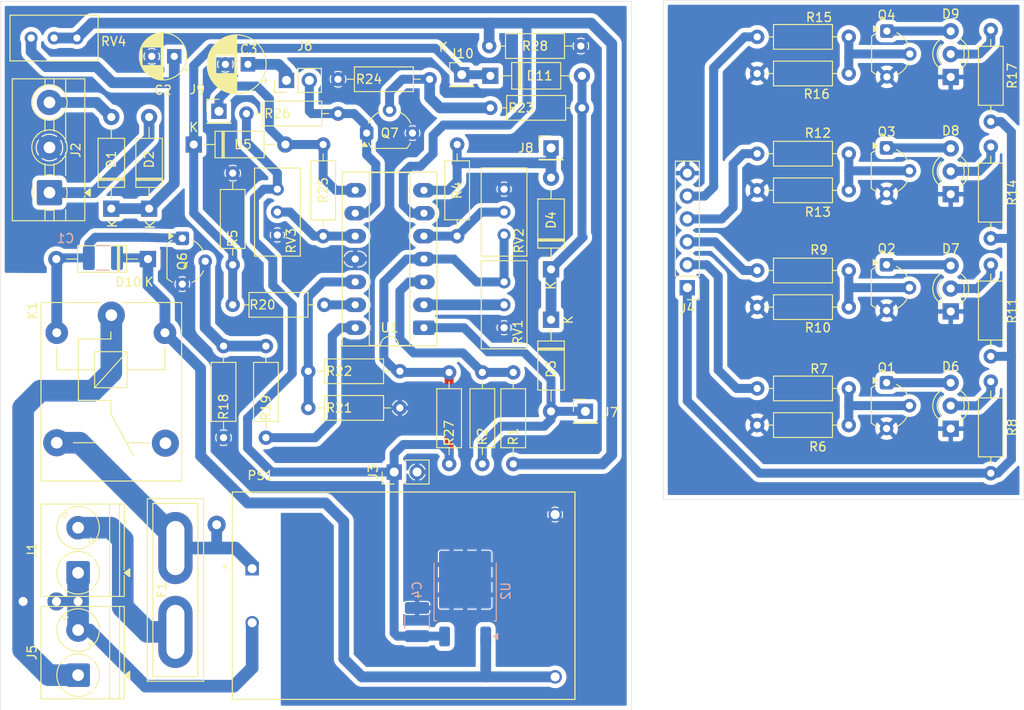
<source format=kicad_pcb>
(kicad_pcb (version 20241229) (generator "pcbnew") (generator_version "9.0")
  (layers (0 "F.Cu" signal) (2 "B.Cu" signal) (13 "F.Paste" user) (15 "B.Paste" user) (5 "F.SilkS" user "F.Silkscreen") (7 "B.SilkS" user "B.Silkscreen") (1 "F.Mask" user) (3 "B.Mask" user) (25 "Edge.Cuts" user))
  (net 0 "")
  (net 1 "+12V")
  (net 2 "Net-(C1--)")
  (net 3 "GND")
  (net 4 "VAA")
  (net 5 "Net-(C3-Pad1)")
  (net 6 "Net-(D1-A)")
  (net 7 "Net-(D2-A)")
  (net 8 "Net-(D3-A)")
  (net 9 "Net-(D11-A)")
  (net 10 "Net-(D4-A)")
  (net 11 "Net-(D11-K)")
  (net 12 "Net-(D5-A)")
  (net 13 "Net-(D6-K2)")
  (net 14 "GND1")
  (net 15 "Net-(D6-A)")
  (net 16 "Net-(D7-A)")
  (net 17 "Net-(D7-K2)")
  (net 18 "Net-(D8-A)")
  (net 19 "Net-(D8-K2)")
  (net 20 "Net-(D9-A)")
  (net 21 "Net-(D9-K2)")
  (net 22 "AC1")
  (net 23 "AC2")
  (net 24 "+8V")
  (net 25 "Net-(R15-+)")
  (net 26 "VCC")
  (net 27 "Net-(R9-+)")
  (net 28 "Net-(R7-+)")
  (net 29 "Net-(R12-+)")
  (net 30 "Net-(J5-Pad1)")
  (net 31 "Net-(Q7-C)")
  (net 33 "Net-(Q1-B)")
  (net 34 "Net-(Q2-B)")
  (net 35 "Net-(Q3-B)")
  (net 36 "Net-(Q4-B)")
  (net 37 "Net-(Q6-B)")
  (net 38 "Net-(Q7-B)")
  (net 39 "Net-(R1--)")
  (net 40 "Net-(D1-K)")
  (net 41 "Net-(R19--)")
  (net 42 "Net-(R20-+)")
  (net 43 "Net-(R21-+)")
  (net 44 "Net-(U1A--)")
  (net 45 "Net-(R25-+)")
  (net 46 "Net-(F1-Pad1)")
  (net 47 "Net-(R4-+)")
  (footprint "Resistor_THT:R_Axial_DIN0207_L6.3mm_D2.5mm_P10.16mm_Horizontal" (layer "F.Cu") (at 63.308 67.337 -90)
    (property "Reference" "R5")
    (property "Value" "10k")
  )
  (footprint "Resistor_THT:R_Axial_DIN0207_L6.3mm_D2.5mm_P10.16mm_Horizontal" (layer "F.Cu") (at 121.474 52.224)
    (property "Reference" "R15")
    (property "Value" "1k")
  )
  (footprint "Resistor_THT:R_Axial_DIN0207_L6.3mm_D2.5mm_P10.16mm_Horizontal" (layer "F.Cu") (at 121.474 69.242)
    (property "Reference" "R13")
    (property "Value" "1k")
  )
  (footprint "Resistor_THT:R_Axial_DIN0207_L6.3mm_D2.5mm_P10.16mm_Horizontal" (layer "F.Cu") (at 121.474 82.196)
    (property "Reference" "R10")
    (property "Value" "1k")
  )
  (footprint "Package_DIP:CERDIP-14_W7.62mm_SideBrazed_LongPads_Socket" (layer "F.Cu") (at 84.517 84.482 180)
    (property "Reference" "U1")
    (property "Value" "LM324")
  )
  (footprint "Resistor_THT:R_Axial_DIN0207_L6.3mm_D2.5mm_P10.16mm_Horizontal" (layer "F.Cu") (at 147.382 51.462 -90)
    (property "Reference" "R17")
    (property "Value" "220ohm")
  )
  (footprint "Package_TO_SOT_THT:TO-92L_Wide" (layer "F.Cu") (at 135.864 51.579 -90)
    (property "Reference" "Q4")
    (property "Value" "BC547")
  )
  (footprint "LED_THT:LED_D3.0mm-3" (layer "F.Cu") (at 142.937 95.674 90)
    (property "Reference" "D6")
    (property "Value" "LED_Dual_KAK")
  )
  (footprint "Resistor_THT:R_Axial_DIN0207_L6.3mm_D2.5mm_P10.16mm_Horizontal" (layer "F.Cu") (at 71.69 93.372)
    (property "Reference" "R21")
    (property "Value" "10k")
  )
  (footprint "Resistor_THT:R_Axial_DIN0207_L6.3mm_D2.5mm_P10.16mm_Horizontal" (layer "F.Cu") (at 121.474 95.277)
    (property "Reference" "R6")
    (property "Value" "1k")
  )
  (footprint "Resistor_THT:R_Axial_DIN0207_L6.3mm_D2.5mm_P10.16mm_Horizontal" (layer "F.Cu") (at 66.991 86.514 -90)
    (property "Reference" "R19")
    (property "Value" "1k")
  )
  (footprint "Resistor_THT:R_Axial_DIN0207_L6.3mm_D2.5mm_P10.16mm_Horizontal" (layer "F.Cu") (at 81.85 89.308 180)
    (property "Reference" "R22")
    (property "Value" "10k")
  )
  (footprint "Diode_THT:D_A-405_P10.16mm_Horizontal" (layer "F.Cu") (at 58.99 64.162)
    (property "Reference" "D5")
    (property "Value" "1N4148")
  )
  (footprint "Package_TO_SOT_THT:TO-92L_Wide" (layer "F.Cu") (at 135.825 64.543 -90)
    (property "Reference" "Q3")
    (property "Value" "BC547")
  )
  (footprint "Package_TO_SOT_THT:TO-92L_Wide" (layer "F.Cu") (at 78.167 62.892)
    (property "Reference" "Q7")
    (property "Value" "BC547")
  )
  (footprint "Resistor_THT:R_Axial_DIN0207_L6.3mm_D2.5mm_P10.16mm_Horizontal" (layer "F.Cu") (at 88.2 74.322 90)
    (property "Reference" "R4")
    (property "Value" "16k")
  )
  (footprint "Connector_PinHeader_2.54mm:PinHeader_1x06_P2.54mm_Vertical" (layer "F.Cu") (at 113.727 80.037 180)
    (property "Reference" "J4")
    (property "Value" "LED_Board")
  )
  (footprint "Resistor_THT:R_Axial_DIN0207_L6.3mm_D2.5mm_P10.16mm_Horizontal" (layer "F.Cu") (at 94.423 99.595 90)
    (property "Reference" "R1")
    (property "Value" "1.5k")
  )
  (footprint "Resistor_THT:R_Axial_DIN0207_L6.3mm_D2.5mm_P10.16mm_Horizontal" (layer "F.Cu") (at 121.474 78.132)
    (property "Reference" "R9")
    (property "Value" "1k")
  )
  (footprint "Capacitor_THT:CP_Radial_D5.0mm_P2.50mm" (layer "F.Cu") (at 56.831 54.383 180)
    (property "Reference" "C2")
    (property "Value" "1uF")
  )
  (footprint "Resistor_THT:R_Axial_DIN0207_L6.3mm_D2.5mm_P10.16mm_Horizontal" (layer "F.Cu") (at 73.468 81.942 180)
    (property "Reference" "R20")
    (property "Value" "1k")
  )
  (footprint "Package_TO_SOT_THT:TO-92L_Wide" (layer "F.Cu") (at 135.825 77.497 -90)
    (property "Reference" "Q2")
    (property "Value" "BC547")
  )
  (footprint "Potentiometer_THT:Potentiometer_Bourns_3296W_Vertical" (layer "F.Cu") (at 93.407 74.195 -90)
    (property "Reference" "RV2")
    (property "Value" "10k")
  )
  (footprint "Snapeda:HLK-5M05_CONV_HLK-5M05" (layer "F.Cu") (at 82.267 114.2)
    (property "Reference" "PS1")
    (property "Value" "Hi-Link-12V")
  )
  (footprint "Resistor_THT:R_Axial_DIN0207_L6.3mm_D2.5mm_P10.16mm_Horizontal" (layer "F.Cu") (at 101.916 53.24 180)
    (property "Reference" "R28")
    (property "Value" "10k")
  )
  (footprint "Diode_THT:D_A-405_P10.16mm_Horizontal" (layer "F.Cu") (at 53.91 76.862 180)
    (property "Reference" "D10")
    (property "Value" "1N4007")
  )
  (footprint "Potentiometer_THT:Potentiometer_Bourns_3296W_Vertical" (layer "F.Cu") (at 93.407 79.402 90)
    (property "Reference" "RV1")
    (property "Value" "10k")
  )
  (footprint "Connector_PinHeader_2.54mm:PinHeader_1x01_P2.54mm_Vertical" (layer "F.Cu") (at 102.424 93.753)
    (property "Reference" "J7")
    (property "Value" "J_2")
  )
  (footprint "Connector_PinHeader_2.54mm:PinHeader_1x02_P2.54mm_Vertical" (layer "F.Cu") (at 81.215 100.484 90)
    (property "Reference" "J3")
    (property "Value" "J_power")
  )
  (footprint "Potentiometer_THT:Potentiometer_Bourns_3296W_Vertical" (layer "F.Cu") (at 68.261 69.115 90)
    (property "Reference" "RV3")
    (property "Value" "10k")
  )
  (footprint "Potentiometer_THT:Potentiometer_Bourns_3296W_Vertical" (layer "F.Cu") (at 46.036 52.351)
    (property "Reference" "RV4")
    (property "Value" "5k")
  )
  (footprint "Connector_PinHeader_2.54mm:PinHeader_1x02_P2.54mm_Vertical" (layer "F.Cu") (at 69.272 57.05 90)
    (property "Reference" "J6")
    (property "Value" "delay_enable")
  )
  (footprint "Resistor_THT:R_Axial_DIN0207_L6.3mm_D2.5mm_P10.16mm_Horizontal" (layer "F.Cu") (at 74.992 60.733 180)
    (property "Reference" "R26")
    (property "Value" "470k")
  )
  (footprint "LED_THT:LED_D3.0mm-3" (layer "F.Cu") (at 142.937 69.674 90)
    (property "Reference" "D8")
    (property "Value" "LED_Dual_KAK")
  )
  (footprint "Resistor_THT:R_Axial_DIN0207_L6.3mm_D2.5mm_P10.16mm_Horizontal" (layer "F.Cu") (at 147.382 77.497 -90)
    (property "Reference" "R11")
    (property "Value" "220ohm")
  )
  (footprint "LED_THT:LED_D3.0mm-3" (layer "F.Cu") (at 142.937 56.674 90)
    (property "Reference" "D9")
    (property "Value" "LED_Dual_KAK")
  )
  (footprint "Capacitor_THT:CP_Radial_D6.3mm_P2.50mm" (layer "F.Cu") (at 64.99838 55.272 180)
    (property "Reference" "C3")
    (property "Value" "100uF")
  )
  (footprint "Connector_PinHeader_2.54mm:PinHeader_1x01_P2.54mm_Vertical" (layer "F.Cu") (at 61.784 60.479)
    (property "Reference" "J9")
    (property "Value" "J_4")
  )
  (footprint "Fuse:Fuse_Blade_ATO_directSolder" (layer "F.Cu") (at 56.958 118.215 90)
    (property "Reference" "F1")
    (property "Value" "Fuse")
  )
  (footprint "Resistor_THT:R_Axial_DIN0207_L6.3mm_D2.5mm_P10.16mm_Horizontal" (layer "F.Cu") (at 74.992 56.923)
    (property "Reference" "R24")
    (property "Value" "10k")
  )
  (footprint "TerminalBlock:TerminalBlock_MaiXu_MX126-5.0-03P_1x03_P5.00mm" (layer "F.Cu") (at 42.988 69.496 90)
    (property "Reference" "J2")
    (property "Value" "Transformer")
  )
  (footprint "Diode_THT:D_A-405_P10.16mm_Horizontal" (layer "F.Cu") (at 54.037 71.274 90)
    (property "Reference" "D2")
    (property "Value" "1N4007")
  )
  (footprint "Resistor_THT:R_Axial_DIN0207_L6.3mm_D2.5mm_P10.16mm_Horizontal" (layer "F.Cu") (at 121.474 91.213)
    (property "Reference" "R7")
    (property "Value" "1k")
  )
  (footprint "Resistor_THT:R_Axial_DIN0207_L6.3mm_D2.5mm_P10.16mm_Horizontal" (layer "F.Cu") (at 121.474 65.178)
    (property "Reference" "R12")
    (property "Value" "1k")
  )
  (footprint "LED_THT:LED_D3.0mm-3" (layer "F.Cu") (at 142.937 82.674 90)
    (property "Reference" "D7")
    (property "Value" "LED_Dual_KAK")
  )
  (footprint "Connector_PinHeader_2.54mm:PinHeader_1x01_P2.54mm_Vertical" (layer "F.Cu") (at 98.614 64.543)
    (property "Reference" "J8")
    (property "Value" "J_3")
  )
  (footprint "TerminalBlock_Phoenix:TerminalBlock_Phoenix_PT-1,5-2-5.0-H_1x02_P5.00mm_Horizontal" (layer "F.Cu") (at 46.163 111.66 90)
    (property "Reference" "J1")
    (property "Value" "AC_INPUT")
  )
  (footprint "Diode_THT:D_A-405_P10.16mm_Horizontal" (layer "F.Cu") (at 49.846 71.274 90)
    (property "Reference" "D1")
    (property "Value" "1N4007")
  )
  (footprint "Resistor_THT:R_Axial_DIN0207_L6.3mm_D2.5mm_P10.16mm_Horizontal" (layer "F.Cu") (at 87.311 99.595 90)
    (property "Reference" "R27")
    (property "Value" "0")
  )
  (footprint "Relay_THT:Relay_SPDT_SANYOU_SRD_Series_Form_C" (layer "F.Cu") (at 49.846 83.085 -90)
    (property "Reference" "K1")
    (property "Value" "RELAY")
  )
  (footprint "Resistor_THT:R_Axial_DIN0207_L6.3mm_D2.5mm_P10.16mm_Horizontal" (layer "F.Cu") (at 62.292 96.674 90)
    (property "Reference" "R18")
    (property "Value" "10k")
  )
  (footprint "Package_TO_SOT_THT:TO-92L_Wide" (layer "F.Cu") (at 135.825 90.578 -90)
    (property "Reference" "Q1")
    (property "Value" "BC547")
  )
  (footprint "Resistor_THT:R_Axial_DIN0207_L6.3mm_D2.5mm_P10.16mm_Horizontal" (layer "F.Cu") (at 147.382 64.416 -90)
    (property "Reference" "R14")
    (property "Value" "220ohm")
  )
  (footprint "Diode_THT:D_A-405_P10.16mm_Horizontal" (layer "F.Cu") (at 91.883 56.542)
    (property "Reference" "D11")
    (property "Value" "1N4148")
  )
  (footprint "Diode_THT:D_A-405_P10.16mm_Horizontal" (layer "F.Cu") (at 98.614 83.593 -90)
    (property "Reference" "D3")
    (property "Value" "1N4148")
  )
  (footprint "Resistor_THT:R_Axial_DIN0207_L6.3mm_D2.5mm_P10.16mm_Horizontal" (layer "F.Cu") (at 73.341 74.322 90)
    (property "Reference" "R25")
    (property "Value" "16k")
  )
  (footprint "TerminalBlock_Phoenix:TerminalBlock_Phoenix_PT-1,5-2-5.0-H_1x02_P5.00mm_Horizontal" (layer "F.Cu") (at 46.1655 123.01 90)
    (property "Reference" "J5")
    (property "Value" "AC_INPUT")
  )
  (footprint "Resistor_THT:R_Axial_DIN0207_L6.3mm_D2.5mm_P10.16mm_Horizontal" (layer "F.Cu") (at 147.382 90.451 -90)
    (property "Reference" "R8")
    (property "Value" "220ohm")
  )
  (footprint "Resistor_THT:R_Axial_DIN0207_L6.3mm_D2.5mm_P10.16mm_Horizontal" (layer "F.Cu") (at 102.043 60.098 180)
    (property "Reference" "R23")
    (property "Value" "1k")
  )
  (footprint "Package_TO_SOT_THT:TO-92L_Wide" (layer "F.Cu") (at 57.72 74.566 -90)
    (property "Reference" "Q6")
    (property "Value" "BC547")
  )
  (footprint "Connector_PinHeader_2.54mm:PinHeader_1x01_P2.54mm_Vertical" (layer "F.Cu") (at 88.708 56.415)
    (property "Reference" "J10")
    (property "Value" "J_5")
  )
  (footprint "Diode_THT:D_A-405_P10.16mm_Horizontal" (layer "F.Cu") (at 98.614 78.005 90)
    (property "Reference" "D4")
    (property "Value" "1N4148")
  )
  (footprint "Resistor_THT:R_Axial_DIN0207_L6.3mm_D2.5mm_P10.16mm_Horizontal" (layer "F.Cu") (at 121.474 56.288)
    (property "Reference" "R16")
    (property "Value" "1k")
  )
  (footprint "Resistor_THT:R_Axial_DIN0207_L6.3mm_D2.5mm_P10.16mm_Horizontal" (layer "F.Cu") (at 90.994 89.435 -90)
    (property "Reference" "R2")
    (property "Value" "16k")
  )
  (footprint "Capacitor_SMD:C_1210_3225Metric_Pad1.33x2.70mm_HandSolder" (layer "B.Cu") (at 48.9185 76.735 180)
    (property "Reference" "C1")
    (property "Value" "100nF")
  )
  (footprint "Package_TO_SOT_SMD:TO-252-2" (layer "B.Cu") (at 89.089 113.682 90)
    (property "Reference" "U2")
    (property "Value" "LM78M05_TO252")
  )
  (footprint "Capacitor_SMD:C_1210_3225Metric_Pad1.33x2.70mm_HandSolder" (layer "B.Cu") (at 83.755 117.121 90)
    (property "Reference" "C4")
    (property "Value" "100nF")
  )
  (gr_line (start 107.504 48.287) (end 107.504 126.9) (stroke (width 0.05)) (layer "Edge.Cuts"))
  (gr_line (start 37.527 126.9) (end 107.504 126.9) (stroke (width 0.05)) (layer "Edge.Cuts"))
  (gr_line (start 107.504 48.287) (end 37.527 48.287) (stroke (width 0.05)) (layer "Edge.Cuts"))
  (gr_line (start 37.527 48.287) (end 37.527 126.9) (stroke (width 0.05)) (layer "Edge.Cuts"))
  (gr_line (start 151.065 48.16) (end 151.065 103.532) (stroke (width 0.05)) (layer "Edge.Cuts"))
  (gr_line (start 151.065 48.16) (end 111.06 48.16) (stroke (width 0.05)) (layer "Edge.Cuts"))
  (gr_line (start 111.06 103.532) (end 111.06 48.16) (stroke (width 0.05)) (layer "Edge.Cuts"))
  (gr_line (start 111.06 103.532) (end 151.065 103.532) (stroke (width 0.05)) (layer "Edge.Cuts"))
  (segment (start 50.481 76.735) (end 53.783 76.735) (width 1) (layer "B.Cu") (net 1))
  (segment (start 59.752 88.991) (end 55.796 85.035) (width 1.2) (layer "B.Cu") (net 1))
  (segment (start 55.288 85.035) (end 55.415 84.908) (width 1.2) (layer "B.Cu") (net 1))
  (segment (start 77.642 123.2) (end 75.627 121.185) (width 1.2) (layer "B.Cu") (net 1))
  (segment (start 91.375 123.2) (end 77.642 123.2) (width 1.2) (layer "B.Cu") (net 1))
  (segment (start 59.752 98.706) (end 59.752 88.991) (width 1.2) (layer "B.Cu") (net 1))
  (segment (start 75.627 121.185) (end 75.627 105.945) (width 1.2) (layer "B.Cu") (net 1))
  (segment (start 55.796 81.669) (end 53.91 79.783) (width 1.2) (layer "B.Cu") (net 1))
  (segment (start 53.91 79.783) (end 53.91 76.862) (width 1.2) (layer "B.Cu") (net 1))
  (segment (start 64.959 103.913) (end 59.752 98.706) (width 1.2) (layer "B.Cu") (net 1))
  (segment (start 55.796 85.035) (end 55.796 81.669) (width 1.2) (layer "B.Cu") (net 1))
  (segment (start 73.595 103.913) (end 64.959 103.913) (width 1.2) (layer "B.Cu") (net 1))
  (segment (start 99.067 123.2) (end 91.375 123.2) (width 1.2) (layer "B.Cu") (net 1))
  (segment (start 91.369 118.722) (end 91.369 123.194) (width 1.2) (layer "B.Cu") (net 1))
  (segment (start 75.627 105.945) (end 73.595 103.913) (width 1.2) (layer "B.Cu") (net 1))
  (segment (start 91.369 123.194) (end 91.375 123.2) (width 1.2) (layer "B.Cu") (net 1))
  (segment (start 53.783 76.735) (end 53.91 76.862) (width 1) (layer "B.Cu") (net 1))
  (segment (start 48.068 74.449) (end 53.402 74.449) (width 1) (layer "B.Cu") (net 2))
  (segment (start 53.402 74.449) (end 57.72 74.566) (width 1) (layer "B.Cu") (net 2))
  (segment (start 43.796 85.035) (end 43.796 76.908) (width 1.2) (layer "B.Cu") (net 2))
  (segment (start 47.356 76.735) (end 43.877 76.735) (width 1) (layer "B.Cu") (net 2))
  (segment (start 43.877 76.735) (end 43.75 76.862) (width 1) (layer "B.Cu") (net 2))
  (segment (start 47.356 75.161) (end 48.068 74.449) (width 1) (layer "B.Cu") (net 2))
  (segment (start 47.356 76.735) (end 47.356 75.161) (width 1) (layer "B.Cu") (net 2))
  (segment (start 43.796 76.908) (end 43.75 76.862) (width 1.2) (layer "B.Cu") (net 2))
  (segment (start 86.676 62.003) (end 93.915 62.003) (width 1) (layer "B.Cu") (net 4))
  (segment (start 105.345 52.986) (end 103.059 50.7) (width 1.2) (layer "B.Cu") (net 4))
  (segment (start 84.136 66.575) (end 85.533 65.178) (width 1) (layer "B.Cu") (net 4))
  (segment (start 105.345 98.579) (end 105.345 52.986) (width 1.2) (layer "B.Cu") (net 4))
  (segment (start 104.329 99.595) (end 105.345 98.579) (width 1.2) (layer "B.Cu") (net 4))
  (segment (start 43.496 52.351) (end 46.036 52.351) (width 1.2) (layer "B.Cu") (net 4))
  (segment (start 103.059 50.7) (end 95.947 50.7) (width 1.2) (layer "B.Cu") (net 4))
  (segment (start 47.687 50.7) (end 91.756 50.7) (width 1.2) (layer "B.Cu") (net 4))
  (segment (start 83.12 71.782) (end 82.231 70.893) (width 1) (layer "B.Cu") (net 4))
  (segment (start 85.533 63.146) (end 86.676 62.003) (width 1) (layer "B.Cu") (net 4))
  (segment (start 94.423 99.595) (end 104.329 99.595) (width 1.2) (layer "B.Cu") (net 4))
  (segment (start 82.231 67.337) (end 82.993 66.575) (width 1) (layer "B.Cu") (net 4))
  (segment (start 91.756 53.24) (end 91.756 50.7) (width 1.2) (layer "B.Cu") (net 4))
  (segment (start 82.231 70.893) (end 82.231 67.337) (width 1) (layer "B.Cu") (net 4))
  (segment (start 84.517 71.782) (end 83.12 71.782) (width 1) (layer "B.Cu") (net 4))
  (segment (start 93.915 62.003) (end 95.947 59.971) (width 1) (layer "B.Cu") (net 4))
  (segment (start 82.993 66.575) (end 84.136 66.575) (width 1) (layer "B.Cu") (net 4))
  (segment (start 95.947 59.971) (end 95.947 50.7) (width 1) (layer "B.Cu") (net 4))
  (segment (start 85.533 65.178) (end 85.533 63.146) (width 1) (layer "B.Cu") (net 4))
  (segment (start 46.036 52.351) (end 47.687 50.7) (width 1.2) (layer "B.Cu") (net 4))
  (segment (start 91.756 50.7) (end 95.947 50.7) (width 1.2) (layer "B.Cu") (net 4))
  (segment (start 69.272 57.05) (end 69.272 56.156) (width 1.2) (layer "B.Cu") (net 5))
  (segment (start 69.272 56.156) (end 68.388 55.272) (width 1.2) (layer "B.Cu") (net 5))
  (segment (start 68.388 55.272) (end 64.99838 55.272) (width 1.2) (layer "B.Cu") (net 5))
  (segment (start 42.988 59.496) (end 48.228 59.496) (width 1.2) (layer "B.Cu") (net 6))
  (segment (start 48.228 59.496) (end 49.846 61.114) (width 1.2) (layer "B.Cu") (net 6))
  (segment (start 54.037 63.4) (end 54.037 61.114) (width 1.2) (layer "B.Cu") (net 7))
  (segment (start 47.941 69.496) (end 54.037 63.4) (width 1.2) (layer "B.Cu") (net 7))
  (segment (start 42.988 69.496) (end 47.941 69.496) (width 1.2) (layer "B.Cu") (net 7))
  (segment (start 91.629 87.149) (end 88.962 84.482) (width 1) (layer "B.Cu") (net 8))
  (segment (start 98.614 93.753) (end 98.614 90.197) (width 1) (layer "B.Cu") (net 8))
  (segment (start 88.962 84.482) (end 84.517 84.482) (width 1) (layer "B.Cu") (net 8))
  (segment (start 95.566 87.149) (end 91.629 87.149) (width 1) (layer "B.Cu") (net 8))
  (segment (start 90.994 99.595) (end 90.994 97.436) (width 1) (layer "B.Cu") (net 8))
  (segment (start 98.614 90.197) (end 95.566 87.149) (width 1) (layer "B.Cu") (net 8))
  (segment (start 90.994 97.436) (end 93.026 95.404) (width 1) (layer "B.Cu") (net 8))
  (segment (start 98.487 93.88) (end 98.614 93.753) (width 1) (layer "B.Cu") (net 8))
  (segment (start 93.026 95.404) (end 97.852 95.404) (width 1) (layer "B.Cu") (net 8))
  (segment (start 98.614 94.642) (end 97.852 95.404) (width 1) (layer "B.Cu") (net 8))
  (segment (start 102.424 93.753) (end 98.614 93.753) (width 1) (layer "B.Cu") (net 8))
  (segment (start 98.614 93.753) (end 98.614 94.642) (width 1) (layer "B.Cu") (net 8))
  (segment (start 102.17 74.449) (end 102.043 74.322) (width 1) (layer "B.Cu") (net 9))
  (segment (start 102.043 60.098) (end 102.043 56.542) (width 1) (layer "B.Cu") (net 9))
  (segment (start 98.614 83.593) (end 98.614 78.005) (width 1.2) (layer "B.Cu") (net 9))
  (segment (start 102.17 74.449) (end 98.614 78.005) (width 1) (layer "B.Cu") (net 9))
  (segment (start 102.043 74.322) (end 102.043 60.098) (width 1) (layer "B.Cu") (net 9))
  (segment (start 88.2 68.226) (end 88.2 66.194) (width 1) (layer "B.Cu") (net 10))
  (segment (start 98.614 66.194) (end 98.614 67.845) (width 1.2) (layer "B.Cu") (net 10))
  (segment (start 88.2 66.194) (end 98.614 66.194) (width 1.2) (layer "B.Cu") (net 10))
  (segment (start 84.517 69.242) (end 87.184 69.242) (width 1) (layer "B.Cu") (net 10))
  (segment (start 87.184 69.242) (end 88.2 68.226) (width 1) (layer "B.Cu") (net 10))
  (segment (start 98.614 64.67) (end 98.614 66.194) (width 1.2) (layer "B.Cu") (net 10))
  (segment (start 88.2 66.194) (end 88.2 64.162) (width 1) (layer "B.Cu") (net 10))
  (segment (start 60.895 53.494) (end 85.787 53.494) (width 1) (layer "B.Cu") (net 11))
  (segment (start 63.308 81.942) (end 63.308 77.497) (width 1) (layer "B.Cu") (net 11))
  (segment (start 85.787 53.494) (end 88.708 56.415) (width 1) (layer "B.Cu") (net 11))
  (segment (start 91.756 56.415) (end 91.883 56.542) (width 1) (layer "B.Cu") (net 11))
  (segment (start 58.99 64.162) (end 58.99 71.782) (width 1) (layer "B.Cu") (net 11))
  (segment (start 58.99 71.782) (end 63.308 76.1) (width 1) (layer "B.Cu") (net 11))
  (segment (start 58.99 55.399) (end 58.99 64.162) (width 1) (layer "B.Cu") (net 11))
  (segment (start 63.308 76.1) (end 63.308 77.497) (width 1) (layer "B.Cu") (net 11))
  (segment (start 58.99 55.399) (end 60.895 53.494) (width 1) (layer "B.Cu") (net 11))
  (segment (start 88.708 56.415) (end 91.756 56.415) (width 1) (layer "B.Cu") (net 11))
  (segment (start 61.784 59.082) (end 63.181 57.685) (width 1) (layer "B.Cu") (net 12))
  (segment (start 74.738 69.242) (end 76.897 69.242) (width 1) (layer "B.Cu") (net 12))
  (segment (start 67.372 62.384) (end 69.15 64.162) (width 1) (layer "B.Cu") (net 12))
  (segment (start 63.181 57.685) (end 65.975 57.685) (width 1) (layer "B.Cu") (net 12))
  (segment (start 61.784 60.479) (end 61.784 59.082) (width 1) (layer "B.Cu") (net 12))
  (segment (start 69.15 64.162) (end 73.341 64.162) (width 1) (layer "B.Cu") (net 12))
  (segment (start 73.341 67.845) (end 74.738 69.242) (width 1) (layer "B.Cu") (net 12))
  (segment (start 67.372 59.082) (end 67.372 62.384) (width 1) (layer "B.Cu") (net 12))
  (segment (start 73.341 64.162) (end 73.341 67.845) (width 1) (layer "B.Cu") (net 12))
  (segment (start 65.975 57.685) (end 67.372 59.082) (width 1) (layer "B.Cu") (net 12))
  (segment (start 135.825 90.578) (end 142.921 90.578) (width 1) (layer "B.Cu") (net 13))
  (segment (start 142.921 90.578) (end 142.937 90.594) (width 1) (layer "B.Cu") (net 13))
  (segment (start 145.969 93.134) (end 142.937 93.134) (width 1) (layer "B.Cu") (net 15))
  (segment (start 147.382 90.451) (end 147.382 91.721) (width 1) (layer "B.Cu") (net 15))
  (segment (start 147.382 91.721) (end 145.969 93.134) (width 1) (layer "B.Cu") (net 15))
  (segment (start 145.858 80.164) (end 145.828 80.134) (width 1) (layer "B.Cu") (net 16))
  (segment (start 147.382 78.64) (end 145.858 80.164) (width 1) (layer "B.Cu") (net 16))
  (segment (start 147.382 77.497) (end 147.382 78.64) (width 1) (layer "B.Cu") (net 16))
  (segment (start 145.828 80.134) (end 142.937 80.134) (width 1) (layer "B.Cu") (net 16))
  (segment (start 135.825 77.497) (end 142.84 77.497) (width 1) (layer "B.Cu") (net 17))
  (segment (start 142.84 77.497) (end 142.937 77.594) (width 1) (layer "B.Cu") (net 17))
  (segment (start 146.061 67.134) (end 142.937 67.134) (width 1) (layer "B.Cu") (net 18))
  (segment (start 147.382 64.416) (end 147.382 65.813) (width 1) (layer "B.Cu") (net 18))
  (segment (start 147.382 65.813) (end 146.061 67.134) (width 1) (layer "B.Cu") (net 18))
  (segment (start 135.825 64.543) (end 142.886 64.543) (width 1) (layer "B.Cu") (net 19))
  (segment (start 142.886 64.543) (end 142.937 64.594) (width 1) (layer "B.Cu") (net 19))
  (segment (start 147.382 51.462) (end 147.382 52.859) (width 1) (layer "B.Cu") (net 20))
  (segment (start 147.382 52.859) (end 146.107 54.134) (width 1) (layer "B.Cu") (net 20))
  (segment (start 146.107 54.134) (end 142.937 54.134) (width 1) (layer "B.Cu") (net 20))
  (segment (start 135.864 51.579) (end 142.922 51.579) (width 1) (layer "B.Cu") (net 21))
  (segment (start 142.922 51.579) (end 142.937 51.594) (width 1) (layer "B.Cu") (net 21))
  (via (at 61.53 106.326) (size 2) (drill 1) (layers "F.Cu" "B.Cu") (net 22))
  (segment (start 61.53 106.326) (end 61.53 108.788) (width 1.2) (layer "B.Cu") (net 22))
  (segment (start 56.958 107.85) (end 46.343 97.235) (width 2.4) (layer "B.Cu") (net 22))
  (segment (start 46.343 97.235) (end 43.796 97.235) (width 2.4) (layer "B.Cu") (net 22))
  (segment (start 56.958 108.915) (end 56.958 107.85) (width 2.4) (layer "B.Cu") (net 22))
  (segment (start 65.467 110.771) (end 65.467 111.2) (width 1.4) (layer "B.Cu") (net 22))
  (segment (start 61.53 108.788) (end 61.657 108.915) (width 1.2) (layer "B.Cu") (net 22))
  (segment (start 61.657 108.915) (end 63.611 108.915) (width 1.4) (layer "B.Cu") (net 22))
  (segment (start 63.611 108.915) (end 65.467 110.771) (width 1.4) (layer "B.Cu") (net 22))
  (segment (start 56.958 108.915) (end 61.657 108.915) (width 1.4) (layer "B.Cu") (net 22))
  (via (at 46.163 114.835) (size 2) (drill 1) (layers "F.Cu" "B.Cu") (net 23))
  (via (at 43.763 114.835) (size 2) (drill 1) (layers "F.Cu" "B.Cu") (net 23))
  (segment (start 47.433 118.01) (end 53.656 124.233) (width 1.4) (layer "B.Cu") (net 23))
  (segment (start 46.163 114.835) (end 46.163 111.66) (width 2.4) (layer "B.Cu") (net 23))
  (segment (start 46.036 118.01) (end 46.163 117.883) (width 2.4) (layer "B.Cu") (net 23))
  (segment (start 46.1655 118.01) (end 47.433 118.01) (width 1.4) (layer "B.Cu") (net 23))
  (segment (start 43.763 114.835) (end 46.163 114.835) (width 1.2) (layer "B.Cu") (net 23))
  (segment (start 65.467 122.201) (end 65.467 117.2) (width 1.4) (layer "B.Cu") (net 23))
  (segment (start 53.656 124.233) (end 63.435 124.233) (width 1.4) (layer "B.Cu") (net 23))
  (segment (start 63.435 124.233) (end 65.467 122.201) (width 1.4) (layer "B.Cu") (net 23))
  (segment (start 46.163 117.883) (end 46.163 114.835) (width 2.4) (layer "B.Cu") (net 23))
  (segment (start 87.311 89.435) (end 87.311 99.595) (width 1) (layer "F.Cu") (net 24))
  (segment (start 67.753 76.862) (end 67.753 79.783) (width 1) (layer "B.Cu") (net 24))
  (segment (start 87.819 76.862) (end 90.359 79.402) (width 1) (layer "B.Cu") (net 24))
  (segment (start 68.261 67.337) (end 64.832 63.908) (width 1) (layer "B.Cu") (net 24))
  (segment (start 68.261 69.115) (end 66.737 69.115) (width 1) (layer "B.Cu") (net 24))
  (segment (start 69.912 89.562) (end 64.959 94.515) (width 1) (layer "B.Cu") (net 24))
  (segment (start 84.517 76.862) (end 82.612 76.862) (width 1) (layer "B.Cu") (net 24))
  (segment (start 64.959 94.515) (end 64.959 97.817) (width 1) (layer "B.Cu") (net 24))
  (segment (start 87.311 99.595) (end 87.311 98.325) (width 1) (layer "B.Cu") (net 24))
  (segment (start 81.977 89.435) (end 81.85 89.308) (width 1) (layer "B.Cu") (net 24))
  (segment (start 80.072 87.94275) (end 81.43725 89.308) (width 1) (layer "B.Cu") (net 24))
  (segment (start 86.422 97.436) (end 82.231 97.436) (width 1) (layer "B.Cu") (net 24))
  (segment (start 84.517 76.862) (end 87.819 76.862) (width 1) (layer "B.Cu") (net 24))
  (segment (start 82.612 76.862) (end 80.072 79.402) (width 1) (layer "B.Cu") (net 24))
  (segment (start 80.072 79.402) (end 80.072 87.94275) (width 1) (layer "B.Cu") (net 24))
  (segment (start 65.721 74.83) (end 67.753 76.862) (width 1) (layer "B.Cu") (net 24))
  (segment (start 83.755 118.6835) (end 86.7705 118.6835) (width 1) (layer "B.Cu") (net 24))
  (segment (start 65.721 70.131) (end 65.721 74.83) (width 1) (layer "B.Cu") (net 24))
  (segment (start 66.737 69.115) (end 65.721 70.131) (width 1) (layer "B.Cu") (net 24))
  (segment (start 67.753 79.783) (end 69.912 81.942) (width 1) (layer "B.Cu") (net 24))
  (segment (start 86.7705 118.6835) (end 86.809 118.722) (width 1) (layer "B.Cu") (net 24))
  (segment (start 81.215 98.452) (end 81.215 100.484) (width 1) (layer "B.Cu") (net 24))
  (segment (start 81.5575 118.6835) (end 83.755 118.6835) (width 1) (layer "B.Cu") (net 24))
  (segment (start 87.311 89.435) (end 81.977 89.435) (width 1) (layer "B.Cu") (net 24))
  (segment (start 82.231 97.436) (end 81.215 98.452) (width 1) (layer "B.Cu") (net 24))
  (segment (start 64.832 63.908) (end 64.832 60.733) (width 1) (layer "B.Cu") (net 24))
  (segment (start 64.959 97.817) (end 67.626 100.484) (width 1) (layer "B.Cu") (net 24))
  (segment (start 81.215 118.341) (end 81.215 100.484) (width 1) (layer "B.Cu") (net 24))
  (segment (start 81.215 118.341) (end 81.5575 118.6835) (width 1) (layer "B.Cu") (net 24))
  (segment (start 90.359 79.402) (end 93.407 79.402) (width 1) (layer "B.Cu") (net 24))
  (segment (start 81.43725 89.308) (end 81.85 89.308) (width 1) (layer "B.Cu") (net 24))
  (segment (start 93.407 74.195) (end 93.407 79.402) (width 1) (layer "B.Cu") (net 24))
  (segment (start 69.912 81.942) (end 69.912 89.562) (width 1) (layer "B.Cu") (net 24))
  (segment (start 87.311 98.325) (end 86.422 97.436) (width 1) (layer "B.Cu") (net 24))
  (segment (start 68.261 69.115) (end 68.261 67.337) (width 1) (layer "B.Cu") (net 24))
  (segment (start 67.626 100.484) (end 81.215 100.484) (width 1) (layer "B.Cu") (net 24))
  (segment (start 113.727 69.877) (end 115.632 69.877) (width 1) (layer "B.Cu") (net 25))
  (segment (start 115.632 69.877) (end 116.648 68.861) (width 1) (layer "B.Cu") (net 25))
  (segment (start 120.077 52.224) (end 121.474 52.224) (width 1) (layer "B.Cu") (net 25))
  (segment (start 116.648 68.861) (end 116.648 55.653) (width 1) (layer "B.Cu") (net 25))
  (segment (start 116.648 55.653) (end 120.077 52.224) (width 1) (layer "B.Cu") (net 25))
  (segment (start 113.727 92.61) (end 121.728 100.611) (width 1) (layer "B.Cu") (net 26))
  (segment (start 149.668 99.087) (end 149.668 87.657) (width 1) (layer "B.Cu") (net 26))
  (segment (start 149.668 74.703) (end 149.668 62.765) (width 1) (layer "B.Cu") (net 26))
  (segment (start 148.525 61.622) (end 147.382 61.622) (width 1) (layer "B.Cu") (net 26))
  (segment (start 121.728 100.611) (end 147.382 100.611) (width 1) (layer "B.Cu") (net 26))
  (segment (start 149.668 62.765) (end 148.525 61.622) (width 1) (layer "B.Cu") (net 26))
  (segment (start 148.144 100.611) (end 149.668 99.087) (width 1) (layer "B.Cu") (net 26))
  (segment (start 149.668 87.657) (end 149.668 74.703) (width 1) (layer "B.Cu") (net 26))
  (segment (start 149.541 74.576) (end 149.668 74.703) (width 1) (layer "B.Cu") (net 26))
  (segment (start 147.382 87.657) (end 149.668 87.657) (width 1) (layer "B.Cu") (net 26))
  (segment (start 147.382 100.611) (end 148.144 100.611) (width 1) (layer "B.Cu") (net 26))
  (segment (start 147.382 74.576) (end 149.541 74.576) (width 1) (layer "B.Cu") (net 26))
  (segment (start 113.727 80.037) (end 113.727 92.61) (width 1) (layer "B.Cu") (net 26))
  (segment (start 116.80675 74.957) (end 119.98175 78.132) (width 1) (layer "B.Cu") (net 27))
  (segment (start 119.98175 78.132) (end 121.474 78.132) (width 1) (layer "B.Cu") (net 27))
  (segment (start 113.727 74.957) (end 116.80675 74.957) (width 1) (layer "B.Cu") (net 27))
  (segment (start 113.727 77.497) (end 115.886 77.497) (width 1) (layer "B.Cu") (net 28))
  (segment (start 117.156 89.181) (end 119.188 91.213) (width 1) (layer "B.Cu") (net 28))
  (segment (start 119.188 91.213) (end 121.474 91.213) (width 1) (layer "B.Cu") (net 28))
  (segment (start 117.156 78.767) (end 117.156 89.181) (width 1) (layer "B.Cu") (net 28))
  (segment (start 115.886 77.497) (end 117.156 78.767) (width 1) (layer "B.Cu") (net 28))
  (segment (start 117.537 72.417) (end 118.807 71.147) (width 1) (layer "B.Cu") (net 29))
  (segment (start 113.727 72.417) (end 117.537 72.417) (width 1) (layer "B.Cu") (net 29))
  (segment (start 119.95 65.178) (end 121.474 65.178) (width 1) (layer "B.Cu") (net 29))
  (segment (start 118.807 71.147) (end 118.807 66.321) (width 1) (layer "B.Cu") (net 29))
  (segment (start 118.807 66.321) (end 119.95 65.178) (width 1) (layer "B.Cu") (net 29))
  (via (at 40.067 114.835) (size 2) (drill 1) (layers "F.Cu" "B.Cu") (net 30))
  (segment (start 40.067 93.372) (end 41.972 91.467) (width 2.4) (layer "B.Cu") (net 30))
  (segment (start 40.067 120.169) (end 42.908 123.01) (width 2.4) (layer "B.Cu") (net 30))
  (segment (start 41.972 91.467) (end 47.814 91.467) (width 2.4) (layer "B.Cu") (net 30))
  (segment (start 40.067 114.835) (end 40.067 120.169) (width 2.4) (layer "B.Cu") (net 30))
  (segment (start 40.067 114.835) (end 40.067 93.372) (width 2.4) (layer "B.Cu") (net 30))
  (segment (start 49.846 89.435) (end 49.846 83.085) (width 2.4) (layer "B.Cu") (net 30))
  (segment (start 47.814 91.467) (end 49.846 89.435) (width 2.4) (layer "B.Cu") (net 30))
  (segment (start 42.908 123.01) (end 46.1655 123.01) (width 2.4) (layer "B.Cu") (net 30))
  (segment (start 79.183 70.766) (end 79.183 66.321) (width 1) (layer "B.Cu") (net 31))
  (segment (start 76.897 71.782) (end 78.167 71.782) (width 1) (layer "B.Cu") (net 31))
  (segment (start 78.167 71.782) (end 79.183 70.766) (width 1) (layer "B.Cu") (net 31))
  (segment (start 72.071 60.733) (end 71.812 60.474) (width 1) (layer "B.Cu") (net 31))
  (segment (start 79.183 66.321) (end 78.167 65.305) (width 1) (layer "B.Cu") (net 31))
  (segment (start 72.071 60.733) (end 74.992 60.733) (width 1) (layer "B.Cu") (net 31))
  (segment (start 78.167 62.13) (end 78.167 62.892) (width 1) (layer "B.Cu") (net 31))
  (segment (start 74.992 60.733) (end 76.77 60.733) (width 1) (layer "B.Cu") (net 31))
  (segment (start 76.77 60.733) (end 78.167 62.13) (width 1) (layer "B.Cu") (net 31))
  (segment (start 76.87 71.809) (end 76.897 71.782) (width 1) (layer "B.Cu") (net 31))
  (segment (start 78.167 65.305) (end 78.167 62.892) (width 1) (layer "B.Cu") (net 31))
  (segment (start 71.812 60.474) (end 71.812 57.05) (width 1) (layer "B.Cu") (net 31))
  (segment (start 131.761 93.118) (end 131.634 93.245) (width 1) (layer "B.Cu") (net 33))
  (segment (start 138.365 93.118) (end 131.761 93.118) (width 1) (layer "B.Cu") (net 33))
  (segment (start 131.634 95.277) (end 131.634 93.245) (width 1) (layer "B.Cu") (net 33))
  (segment (start 131.634 93.245) (end 131.634 91.213) (width 1) (layer "B.Cu") (net 33))
  (segment (start 131.634 82.069) (end 131.761 82.196) (width 1) (layer "B.Cu") (net 34))
  (segment (start 138.365 80.037) (end 131.634 80.037) (width 1) (layer "B.Cu") (net 34))
  (segment (start 131.634 78.132) (end 131.634 80.037) (width 1) (layer "B.Cu") (net 34))
  (segment (start 131.634 80.037) (end 131.634 82.069) (width 1) (layer "B.Cu") (net 34))
  (segment (start 131.634 67.083) (end 131.634 65.178) (width 1) (layer "B.Cu") (net 35))
  (segment (start 131.634 69.242) (end 131.634 67.083) (width 1) (layer "B.Cu") (net 35))
  (segment (start 138.365 67.083) (end 131.634 67.083) (width 1) (layer "B.Cu") (net 35))
  (segment (start 138.404 54.119) (end 131.898 54.119) (width 1) (layer "B.Cu") (net 36))
  (segment (start 131.634 54.383) (end 131.634 56.288) (width 1) (layer "B.Cu") (net 36))
  (segment (start 131.634 52.224) (end 131.634 54.383) (width 1) (layer "B.Cu") (net 36))
  (segment (start 131.898 54.119) (end 131.634 54.383) (width 1) (layer "B.Cu") (net 36))
  (segment (start 62.292 86.514) (end 60.26 84.482) (width 1.2) (layer "B.Cu") (net 37))
  (segment (start 60.26 84.482) (end 60.26 77.106) (width 1.2) (layer "B.Cu") (net 37))
  (segment (start 62.292 86.514) (end 66.991 86.514) (width 1.2) (layer "B.Cu") (net 37))
  (segment (start 85.152 58.955) (end 85.152 56.923) (width 1.2) (layer "B.Cu") (net 38))
  (segment (start 82.141 56.923) (end 85.152 56.923) (width 1) (layer "B.Cu") (net 38))
  (segment (start 86.295 60.098) (end 85.152 58.955) (width 1.2) (layer "B.Cu") (net 38))
  (segment (start 80.707 60.352) (end 80.707 58.357) (width 1) (layer "B.Cu") (net 38))
  (segment (start 91.883 60.098) (end 86.295 60.098) (width 1.2) (layer "B.Cu") (net 38))
  (segment (start 80.707 58.357) (end 82.141 56.923) (width 1) (layer "B.Cu") (net 38))
  (segment (start 82.866 79.402) (end 84.517 79.402) (width 1) (layer "B.Cu") (net 39))
  (segment (start 83.374 87.276) (end 81.85 85.752) (width 1) (layer "B.Cu") (net 39))
  (segment (start 90.994 89.435) (end 94.423 89.435) (width 1) (layer "B.Cu") (net 39))
  (segment (start 81.85 80.418) (end 82.866 79.402) (width 1) (layer "B.Cu") (net 39))
  (segment (start 90.994 89.435) (end 88.835 87.276) (width 1) (layer "B.Cu") (net 39))
  (segment (start 88.835 87.276) (end 83.374 87.276) (width 1) (layer "B.Cu") (net 39))
  (segment (start 81.85 85.752) (end 81.85 80.418) (width 1) (layer "B.Cu") (net 39))
  (segment (start 40.956 53.875) (end 42.607 55.526) (width 1.2) (layer "B.Cu") (net 40))
  (segment (start 49.846 71.274) (end 54.037 71.274) (width 1.2) (layer "B.Cu") (net 40))
  (segment (start 40.956 52.351) (end 40.956 53.875) (width 1.2) (layer "B.Cu") (net 40))
  (segment (start 56.831 57.304) (end 56.831 54.383) (width 1.2) (layer "B.Cu") (net 40))
  (segment (start 54.037 71.274) (end 56.831 68.48) (width 1.2) (layer "B.Cu") (net 40))
  (segment (start 48.195 55.526) (end 49.973 57.304) (width 1.2) (layer "B.Cu") (net 40))
  (segment (start 42.607 55.526) (end 48.195 55.526) (width 1.2) (layer "B.Cu") (net 40))
  (segment (start 49.973 57.304) (end 56.831 57.304) (width 1.2) (layer "B.Cu") (net 40))
  (segment (start 56.831 68.48) (end 56.831 57.304) (width 1.2) (layer "B.Cu") (net 40))
  (segment (start 66.991 96.674) (end 72.452 96.674) (width 1) (layer "B.Cu") (net 41))
  (segment (start 72.452 96.674) (end 74.357 94.769) (width 1) (layer "B.Cu") (net 41))
  (segment (start 75.246 84.482) (end 76.897 84.482) (width 1) (layer "B.Cu") (net 41))
  (segment (start 74.357 94.769) (end 74.357 85.371) (width 1) (layer "B.Cu") (net 41))
  (segment (start 74.357 85.371) (end 75.246 84.482) (width 1) (layer "B.Cu") (net 41))
  (segment (start 73.468 81.942) (end 76.897 81.942) (width 1) (layer "B.Cu") (net 42))
  (segment (start 71.69 89.308) (end 71.69 93.372) (width 1) (layer "B.Cu") (net 43))
  (segment (start 76.897 79.402) (end 73.341 79.402) (width 1) (layer "B.Cu") (net 43))
  (segment (start 73.341 79.402) (end 71.69 81.053) (width 1) (layer "B.Cu") (net 43))
  (segment (start 71.69 81.053) (end 71.69 89.308) (width 1) (layer "B.Cu") (net 43))
  (segment (start 84.517 81.942) (end 93.407 81.942) (width 1.2) (layer "B.Cu") (net 44))
  (segment (start 72.325 74.322) (end 73.341 74.322) (width 1) (layer "B.Cu") (net 45))
  (segment (start 68.261 71.655) (end 69.658 71.655) (width 1) (layer "B.Cu") (net 45))
  (segment (start 69.658 71.655) (end 72.325 74.322) (width 1) (layer "B.Cu") (net 45))
  (segment (start 76.897 74.322) (end 73.341 74.322) (width 1) (layer "B.Cu") (net 45))
  (segment (start 51.116 107.977) (end 51.116 115.47) (width 2.4) (layer "B.Cu") (net 46))
  (segment (start 49.799 106.66) (end 51.116 107.977) (width 2.4) (layer "B.Cu") (net 46))
  (segment (start 51.116 115.47) (end 53.861 118.215) (width 2.4) (layer "B.Cu") (net 46))
  (segment (start 53.861 118.215) (end 56.958 118.215) (width 2.4) (layer "B.Cu") (net 46))
  (segment (start 46.163 106.66) (end 49.799 106.66) (width 2.4) (layer "B.Cu") (net 46))
  (segment (start 90.867 71.655) (end 88.2 74.322) (width 1) (layer "B.Cu") (net 47))
  (segment (start 93.407 71.655) (end 90.867 71.655) (width 1) (layer "B.Cu") (net 47))
  (segment (start 88.2 74.322) (end 84.517 74.322) (width 1) (layer "B.Cu") (net 47))
  (zone (net 3) (net_name "GND") (layer "B.Cu") (name "GND") (priority 1) (connect_pads (clearance 0.5)) (min_thickness 0.25) (fill yes (thermal_gap 0.125) (thermal_bridge_width 0.5))
    (polygon (pts (xy 107.504 126.9) (xy 107.504 48.287) (xy 37.527 48.287) (xy 37.527 78.386) (xy 54.418 78.513) (xy 54.545 85.371) (xy 59.117 89.816) (xy 59.117 98.96) (xy 64.705 104.548) (xy 68.642 104.548) (xy 68.642 126.9)))
  )
  (zone (net 14) (net_name "GND1") (layer "B.Cu") (name "GND1") (connect_pads (clearance 0.5)) (min_thickness 0.25) (fill yes (thermal_gap 0.5) (thermal_bridge_width 0.5))
    (polygon (pts (xy 111.06 48.16) (xy 151.065 48.16) (xy 151.065 103.532) (xy 111.06 103.532)))
  )
)
</source>
